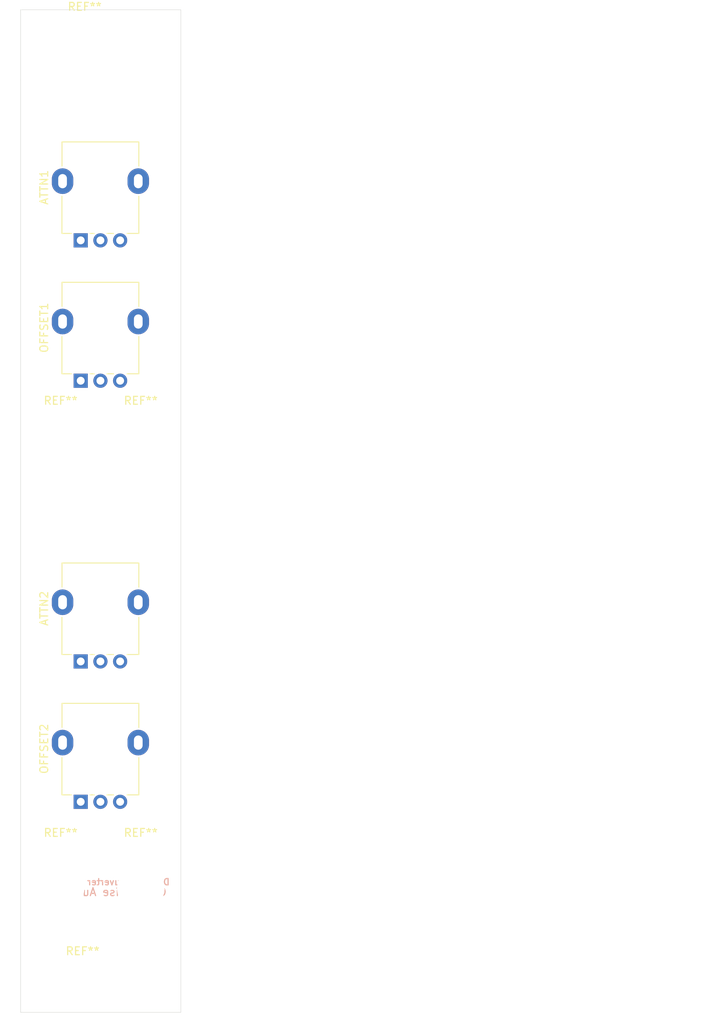
<source format=kicad_pcb>
(kicad_pcb (version 20171130) (host pcbnew 5.1.7-1.fc31)

  (general
    (thickness 1.6)
    (drawings 23)
    (tracks 0)
    (zones 0)
    (modules 10)
    (nets 13)
  )

  (page A4)
  (layers
    (0 F.Cu signal)
    (31 B.Cu signal)
    (32 B.Adhes user)
    (33 F.Adhes user)
    (34 B.Paste user)
    (35 F.Paste user)
    (36 B.SilkS user)
    (37 F.SilkS user)
    (38 B.Mask user)
    (39 F.Mask user)
    (40 Dwgs.User user)
    (41 Cmts.User user)
    (42 Eco1.User user)
    (43 Eco2.User user)
    (44 Edge.Cuts user)
    (45 Margin user)
    (46 B.CrtYd user)
    (47 F.CrtYd user)
    (48 B.Fab user)
    (49 F.Fab user)
  )

  (setup
    (last_trace_width 0.25)
    (trace_clearance 0.2)
    (zone_clearance 0.508)
    (zone_45_only no)
    (trace_min 0.2)
    (via_size 0.8)
    (via_drill 0.4)
    (via_min_size 0.4)
    (via_min_drill 0.3)
    (uvia_size 0.3)
    (uvia_drill 0.1)
    (uvias_allowed no)
    (uvia_min_size 0.2)
    (uvia_min_drill 0.1)
    (edge_width 0.05)
    (segment_width 0.2)
    (pcb_text_width 0.3)
    (pcb_text_size 1.5 1.5)
    (mod_edge_width 0.12)
    (mod_text_size 1 1)
    (mod_text_width 0.15)
    (pad_size 1.524 1.524)
    (pad_drill 0.762)
    (pad_to_mask_clearance 0)
    (aux_axis_origin 0 0)
    (visible_elements FFFFF77F)
    (pcbplotparams
      (layerselection 0x010f0_ffffffff)
      (usegerberextensions false)
      (usegerberattributes false)
      (usegerberadvancedattributes true)
      (creategerberjobfile true)
      (excludeedgelayer true)
      (linewidth 0.100000)
      (plotframeref false)
      (viasonmask false)
      (mode 1)
      (useauxorigin false)
      (hpglpennumber 1)
      (hpglpenspeed 20)
      (hpglpendiameter 15.000000)
      (psnegative false)
      (psa4output false)
      (plotreference true)
      (plotvalue true)
      (plotinvisibletext false)
      (padsonsilk false)
      (subtractmaskfromsilk false)
      (outputformat 1)
      (mirror false)
      (drillshape 0)
      (scaleselection 1)
      (outputdirectory "gerbs/"))
  )

  (net 0 "")
  (net 1 "Net-(ATTN1-Pad3)")
  (net 2 "Net-(ATTN1-Pad2)")
  (net 3 "Net-(ATTN1-Pad1)")
  (net 4 "Net-(ATTN2-Pad3)")
  (net 5 "Net-(ATTN2-Pad2)")
  (net 6 "Net-(ATTN2-Pad1)")
  (net 7 "Net-(OFFSET2-Pad3)")
  (net 8 "Net-(OFFSET2-Pad2)")
  (net 9 "Net-(OFFSET2-Pad1)")
  (net 10 "Net-(OFFSET1-Pad3)")
  (net 11 "Net-(OFFSET1-Pad2)")
  (net 12 "Net-(OFFSET1-Pad1)")

  (net_class Default "This is the default net class."
    (clearance 0.2)
    (trace_width 0.25)
    (via_dia 0.8)
    (via_drill 0.4)
    (uvia_dia 0.3)
    (uvia_drill 0.1)
    (add_net "Net-(ATTN1-Pad1)")
    (add_net "Net-(ATTN1-Pad2)")
    (add_net "Net-(ATTN1-Pad3)")
    (add_net "Net-(ATTN2-Pad1)")
    (add_net "Net-(ATTN2-Pad2)")
    (add_net "Net-(ATTN2-Pad3)")
    (add_net "Net-(OFFSET1-Pad1)")
    (add_net "Net-(OFFSET1-Pad2)")
    (add_net "Net-(OFFSET1-Pad3)")
    (add_net "Net-(OFFSET2-Pad1)")
    (add_net "Net-(OFFSET2-Pad2)")
    (add_net "Net-(OFFSET2-Pad3)")
  )

  (module MountingHole:MountingHole_6mm (layer F.Cu) (tedit 56D1B4CB) (tstamp 607D8D04)
    (at 40.64 90.805)
    (descr "Mounting Hole 6mm, no annular")
    (tags "mounting hole 6mm no annular")
    (attr virtual)
    (fp_text reference REF** (at 0 -7) (layer F.SilkS)
      (effects (font (size 1 1) (thickness 0.15)))
    )
    (fp_text value MountingHole_6mm (at 0 7) (layer F.Fab)
      (effects (font (size 1 1) (thickness 0.15)))
    )
    (fp_text user %R (at 0.3 0) (layer F.Fab)
      (effects (font (size 1 1) (thickness 0.15)))
    )
    (fp_circle (center 0 0) (end 6 0) (layer Cmts.User) (width 0.15))
    (fp_circle (center 0 0) (end 6.25 0) (layer F.CrtYd) (width 0.05))
    (pad 1 np_thru_hole circle (at 0 0) (size 6 6) (drill 6) (layers *.Cu *.Mask))
  )

  (module MountingHole:MountingHole_6mm (layer F.Cu) (tedit 56D1B4CB) (tstamp 607D8CE7)
    (at 30.48 90.805)
    (descr "Mounting Hole 6mm, no annular")
    (tags "mounting hole 6mm no annular")
    (attr virtual)
    (fp_text reference REF** (at 0 -7) (layer F.SilkS)
      (effects (font (size 1 1) (thickness 0.15)))
    )
    (fp_text value MountingHole_6mm (at 0 7) (layer F.Fab)
      (effects (font (size 1 1) (thickness 0.15)))
    )
    (fp_text user %R (at 0.3 0) (layer F.Fab)
      (effects (font (size 1 1) (thickness 0.15)))
    )
    (fp_circle (center 0 0) (end 6 0) (layer Cmts.User) (width 0.15))
    (fp_circle (center 0 0) (end 6.25 0) (layer F.CrtYd) (width 0.05))
    (pad 1 np_thru_hole circle (at 0 0) (size 6 6) (drill 6) (layers *.Cu *.Mask))
  )

  (module MountingHole:MountingHole_6mm (layer F.Cu) (tedit 56D1B4CB) (tstamp 607D9825)
    (at 40.64 145.542)
    (descr "Mounting Hole 6mm, no annular")
    (tags "mounting hole 6mm no annular")
    (attr virtual)
    (fp_text reference REF** (at 0 -7) (layer F.SilkS)
      (effects (font (size 1 1) (thickness 0.15)))
    )
    (fp_text value MountingHole_6mm (at 0 7) (layer F.Fab)
      (effects (font (size 1 1) (thickness 0.15)))
    )
    (fp_text user %R (at 0.3 0) (layer F.Fab)
      (effects (font (size 1 1) (thickness 0.15)))
    )
    (fp_circle (center 0 0) (end 6 0) (layer Cmts.User) (width 0.15))
    (fp_circle (center 0 0) (end 6.25 0) (layer F.CrtYd) (width 0.05))
    (pad 1 np_thru_hole circle (at 0 0) (size 6 6) (drill 6) (layers *.Cu *.Mask))
  )

  (module MountingHole:MountingHole_6mm (layer F.Cu) (tedit 56D1B4CB) (tstamp 607D983A)
    (at 30.48 145.542)
    (descr "Mounting Hole 6mm, no annular")
    (tags "mounting hole 6mm no annular")
    (attr virtual)
    (fp_text reference REF** (at 0 -7) (layer F.SilkS)
      (effects (font (size 1 1) (thickness 0.15)))
    )
    (fp_text value MountingHole_6mm (at 0 7) (layer F.Fab)
      (effects (font (size 1 1) (thickness 0.15)))
    )
    (fp_text user %R (at 0.3 0) (layer F.Fab)
      (effects (font (size 1 1) (thickness 0.15)))
    )
    (fp_circle (center 0 0) (end 6 0) (layer Cmts.User) (width 0.15))
    (fp_circle (center 0 0) (end 6.25 0) (layer F.CrtYd) (width 0.05))
    (pad 1 np_thru_hole circle (at 0 0) (size 6 6) (drill 6) (layers *.Cu *.Mask))
  )

  (module MountingHole:MountingHole_3.2mm_M3 (layer F.Cu) (tedit 56D1B4CB) (tstamp 607D889A)
    (at 33.528 38.1)
    (descr "Mounting Hole 3.2mm, no annular, M3")
    (tags "mounting hole 3.2mm no annular m3")
    (attr virtual)
    (fp_text reference REF** (at 0 -4.2) (layer F.SilkS)
      (effects (font (size 1 1) (thickness 0.15)))
    )
    (fp_text value MountingHole_3.2mm_M3 (at 0 4.2) (layer F.Fab)
      (effects (font (size 1 1) (thickness 0.15)))
    )
    (fp_text user %R (at 0.3 0) (layer F.Fab)
      (effects (font (size 1 1) (thickness 0.15)))
    )
    (fp_circle (center 0 0) (end 3.2 0) (layer Cmts.User) (width 0.15))
    (fp_circle (center 0 0) (end 3.45 0) (layer F.CrtYd) (width 0.05))
    (pad 1 np_thru_hole circle (at 0 0) (size 3.2 3.2) (drill 3.2) (layers *.Cu *.Mask))
  )

  (module MountingHole:MountingHole_3.2mm_M3 (layer F.Cu) (tedit 56D1B4CB) (tstamp 607D885F)
    (at 33.274 157.734)
    (descr "Mounting Hole 3.2mm, no annular, M3")
    (tags "mounting hole 3.2mm no annular m3")
    (attr virtual)
    (fp_text reference REF** (at 0 -4.2) (layer F.SilkS)
      (effects (font (size 1 1) (thickness 0.15)))
    )
    (fp_text value MountingHole_3.2mm_M3 (at 0 4.2) (layer F.Fab)
      (effects (font (size 1 1) (thickness 0.15)))
    )
    (fp_text user %R (at 0.3 0) (layer F.Fab)
      (effects (font (size 1 1) (thickness 0.15)))
    )
    (fp_circle (center 0 0) (end 3.2 0) (layer Cmts.User) (width 0.15))
    (fp_circle (center 0 0) (end 3.45 0) (layer F.CrtYd) (width 0.05))
    (pad 1 np_thru_hole circle (at 0 0) (size 3.2 3.2) (drill 3.2) (layers *.Cu *.Mask))
  )

  (module Potentiometer_THT:Potentiometer_Alpha_RD901F-40-00D_Single_Vertical (layer F.Cu) (tedit 5C6C6C14) (tstamp 607D46C0)
    (at 33.02 81.28 90)
    (descr "Potentiometer, vertical, 9mm, single, http://www.taiwanalpha.com.tw/downloads?target=products&id=113")
    (tags "potentiometer vertical 9mm single")
    (path /607D3632)
    (fp_text reference OFFSET1 (at 6.71 -4.64 270) (layer F.SilkS)
      (effects (font (size 1 1) (thickness 0.15)))
    )
    (fp_text value 47K (at 0 9.86 270) (layer F.Fab)
      (effects (font (size 1 1) (thickness 0.15)))
    )
    (fp_text user %R (at 7.62 2.54 90) (layer F.Fab)
      (effects (font (size 1 1) (thickness 0.15)))
    )
    (fp_line (start -1.15 8.91) (end 12.6 8.91) (layer F.CrtYd) (width 0.05))
    (fp_line (start -1.15 -3.91) (end -1.15 8.91) (layer F.CrtYd) (width 0.05))
    (fp_line (start 12.6 -3.91) (end -1.15 -3.91) (layer F.CrtYd) (width 0.05))
    (fp_line (start 12.6 8.91) (end 12.6 -3.91) (layer F.CrtYd) (width 0.05))
    (fp_line (start 12.47 7.37) (end 12.47 -2.37) (layer F.SilkS) (width 0.12))
    (fp_line (start 0.88 7.37) (end 0.88 5.88) (layer F.SilkS) (width 0.12))
    (fp_line (start 9.41 7.37) (end 12.47 7.37) (layer F.SilkS) (width 0.12))
    (fp_line (start 0.88 -2.38) (end 5.6 -2.38) (layer F.SilkS) (width 0.12))
    (fp_circle (center 7.5 2.5) (end 7.5 -1) (layer F.Fab) (width 0.1))
    (fp_line (start 1 7.25) (end 1 -2.25) (layer F.Fab) (width 0.1))
    (fp_line (start 12.35 7.25) (end 12.35 -2.25) (layer F.Fab) (width 0.1))
    (fp_line (start 1 -2.25) (end 12.35 -2.25) (layer F.Fab) (width 0.1))
    (fp_line (start 1 7.25) (end 12.35 7.25) (layer F.Fab) (width 0.1))
    (fp_line (start 9.41 -2.37) (end 12.47 -2.37) (layer F.SilkS) (width 0.12))
    (fp_line (start 0.88 7.37) (end 5.6 7.37) (layer F.SilkS) (width 0.12))
    (fp_line (start 0.88 -1.19) (end 0.88 -2.37) (layer F.SilkS) (width 0.12))
    (fp_line (start 0.88 1.71) (end 0.88 1.18) (layer F.SilkS) (width 0.12))
    (fp_line (start 0.88 4.16) (end 0.88 3.33) (layer F.SilkS) (width 0.12))
    (pad "" thru_hole oval (at 7.5 -2.3 180) (size 2.72 3.24) (drill oval 1.1 1.8) (layers *.Cu *.Mask))
    (pad "" thru_hole oval (at 7.5 7.3 180) (size 2.72 3.24) (drill oval 1.1 1.8) (layers *.Cu *.Mask))
    (pad 3 thru_hole circle (at 0 5 180) (size 1.8 1.8) (drill 1) (layers *.Cu *.Mask)
      (net 10 "Net-(OFFSET1-Pad3)"))
    (pad 2 thru_hole circle (at 0 2.5 180) (size 1.8 1.8) (drill 1) (layers *.Cu *.Mask)
      (net 11 "Net-(OFFSET1-Pad2)"))
    (pad 1 thru_hole rect (at 0 0 180) (size 1.8 1.8) (drill 1) (layers *.Cu *.Mask)
      (net 12 "Net-(OFFSET1-Pad1)"))
    (model ${KISYS3DMOD}/Potentiometer_THT.3dshapes/Potentiometer_Alpha_RD901F-40-00D_Single_Vertical.wrl
      (at (xyz 0 0 0))
      (scale (xyz 1 1 1))
      (rotate (xyz 0 0 0))
    )
  )

  (module Potentiometer_THT:Potentiometer_Alpha_RD901F-40-00D_Single_Vertical (layer F.Cu) (tedit 5C6C6C14) (tstamp 607D4540)
    (at 33.02 134.62 90)
    (descr "Potentiometer, vertical, 9mm, single, http://www.taiwanalpha.com.tw/downloads?target=products&id=113")
    (tags "potentiometer vertical 9mm single")
    (path /607D496B)
    (fp_text reference OFFSET2 (at 6.71 -4.64 270) (layer F.SilkS)
      (effects (font (size 1 1) (thickness 0.15)))
    )
    (fp_text value 47K (at 0 9.86 270) (layer F.Fab)
      (effects (font (size 1 1) (thickness 0.15)))
    )
    (fp_text user %R (at 7.62 2.54 90) (layer F.Fab)
      (effects (font (size 1 1) (thickness 0.15)))
    )
    (fp_line (start -1.15 8.91) (end 12.6 8.91) (layer F.CrtYd) (width 0.05))
    (fp_line (start -1.15 -3.91) (end -1.15 8.91) (layer F.CrtYd) (width 0.05))
    (fp_line (start 12.6 -3.91) (end -1.15 -3.91) (layer F.CrtYd) (width 0.05))
    (fp_line (start 12.6 8.91) (end 12.6 -3.91) (layer F.CrtYd) (width 0.05))
    (fp_line (start 12.47 7.37) (end 12.47 -2.37) (layer F.SilkS) (width 0.12))
    (fp_line (start 0.88 7.37) (end 0.88 5.88) (layer F.SilkS) (width 0.12))
    (fp_line (start 9.41 7.37) (end 12.47 7.37) (layer F.SilkS) (width 0.12))
    (fp_line (start 0.88 -2.38) (end 5.6 -2.38) (layer F.SilkS) (width 0.12))
    (fp_circle (center 7.5 2.5) (end 7.5 -1) (layer F.Fab) (width 0.1))
    (fp_line (start 1 7.25) (end 1 -2.25) (layer F.Fab) (width 0.1))
    (fp_line (start 12.35 7.25) (end 12.35 -2.25) (layer F.Fab) (width 0.1))
    (fp_line (start 1 -2.25) (end 12.35 -2.25) (layer F.Fab) (width 0.1))
    (fp_line (start 1 7.25) (end 12.35 7.25) (layer F.Fab) (width 0.1))
    (fp_line (start 9.41 -2.37) (end 12.47 -2.37) (layer F.SilkS) (width 0.12))
    (fp_line (start 0.88 7.37) (end 5.6 7.37) (layer F.SilkS) (width 0.12))
    (fp_line (start 0.88 -1.19) (end 0.88 -2.37) (layer F.SilkS) (width 0.12))
    (fp_line (start 0.88 1.71) (end 0.88 1.18) (layer F.SilkS) (width 0.12))
    (fp_line (start 0.88 4.16) (end 0.88 3.33) (layer F.SilkS) (width 0.12))
    (pad "" thru_hole oval (at 7.5 -2.3 180) (size 2.72 3.24) (drill oval 1.1 1.8) (layers *.Cu *.Mask))
    (pad "" thru_hole oval (at 7.5 7.3 180) (size 2.72 3.24) (drill oval 1.1 1.8) (layers *.Cu *.Mask))
    (pad 3 thru_hole circle (at 0 5 180) (size 1.8 1.8) (drill 1) (layers *.Cu *.Mask)
      (net 7 "Net-(OFFSET2-Pad3)"))
    (pad 2 thru_hole circle (at 0 2.5 180) (size 1.8 1.8) (drill 1) (layers *.Cu *.Mask)
      (net 8 "Net-(OFFSET2-Pad2)"))
    (pad 1 thru_hole rect (at 0 0 180) (size 1.8 1.8) (drill 1) (layers *.Cu *.Mask)
      (net 9 "Net-(OFFSET2-Pad1)"))
    (model ${KISYS3DMOD}/Potentiometer_THT.3dshapes/Potentiometer_Alpha_RD901F-40-00D_Single_Vertical.wrl
      (at (xyz 0 0 0))
      (scale (xyz 1 1 1))
      (rotate (xyz 0 0 0))
    )
  )

  (module Potentiometer_THT:Potentiometer_Alpha_RD901F-40-00D_Single_Vertical (layer F.Cu) (tedit 5C6C6C14) (tstamp 607D442D)
    (at 33.02 116.84 90)
    (descr "Potentiometer, vertical, 9mm, single, http://www.taiwanalpha.com.tw/downloads?target=products&id=113")
    (tags "potentiometer vertical 9mm single")
    (path /607D2D0F)
    (fp_text reference ATTN2 (at 6.71 -4.64 270) (layer F.SilkS)
      (effects (font (size 1 1) (thickness 0.15)))
    )
    (fp_text value 47K (at 0 9.86 270) (layer F.Fab)
      (effects (font (size 1 1) (thickness 0.15)))
    )
    (fp_text user %R (at 7.62 2.54 90) (layer F.Fab)
      (effects (font (size 1 1) (thickness 0.15)))
    )
    (fp_line (start -1.15 8.91) (end 12.6 8.91) (layer F.CrtYd) (width 0.05))
    (fp_line (start -1.15 -3.91) (end -1.15 8.91) (layer F.CrtYd) (width 0.05))
    (fp_line (start 12.6 -3.91) (end -1.15 -3.91) (layer F.CrtYd) (width 0.05))
    (fp_line (start 12.6 8.91) (end 12.6 -3.91) (layer F.CrtYd) (width 0.05))
    (fp_line (start 12.47 7.37) (end 12.47 -2.37) (layer F.SilkS) (width 0.12))
    (fp_line (start 0.88 7.37) (end 0.88 5.88) (layer F.SilkS) (width 0.12))
    (fp_line (start 9.41 7.37) (end 12.47 7.37) (layer F.SilkS) (width 0.12))
    (fp_line (start 0.88 -2.38) (end 5.6 -2.38) (layer F.SilkS) (width 0.12))
    (fp_circle (center 7.5 2.5) (end 7.5 -1) (layer F.Fab) (width 0.1))
    (fp_line (start 1 7.25) (end 1 -2.25) (layer F.Fab) (width 0.1))
    (fp_line (start 12.35 7.25) (end 12.35 -2.25) (layer F.Fab) (width 0.1))
    (fp_line (start 1 -2.25) (end 12.35 -2.25) (layer F.Fab) (width 0.1))
    (fp_line (start 1 7.25) (end 12.35 7.25) (layer F.Fab) (width 0.1))
    (fp_line (start 9.41 -2.37) (end 12.47 -2.37) (layer F.SilkS) (width 0.12))
    (fp_line (start 0.88 7.37) (end 5.6 7.37) (layer F.SilkS) (width 0.12))
    (fp_line (start 0.88 -1.19) (end 0.88 -2.37) (layer F.SilkS) (width 0.12))
    (fp_line (start 0.88 1.71) (end 0.88 1.18) (layer F.SilkS) (width 0.12))
    (fp_line (start 0.88 4.16) (end 0.88 3.33) (layer F.SilkS) (width 0.12))
    (pad "" thru_hole oval (at 7.5 -2.3 180) (size 2.72 3.24) (drill oval 1.1 1.8) (layers *.Cu *.Mask))
    (pad "" thru_hole oval (at 7.5 7.3 180) (size 2.72 3.24) (drill oval 1.1 1.8) (layers *.Cu *.Mask))
    (pad 3 thru_hole circle (at 0 5 180) (size 1.8 1.8) (drill 1) (layers *.Cu *.Mask)
      (net 4 "Net-(ATTN2-Pad3)"))
    (pad 2 thru_hole circle (at 0 2.5 180) (size 1.8 1.8) (drill 1) (layers *.Cu *.Mask)
      (net 5 "Net-(ATTN2-Pad2)"))
    (pad 1 thru_hole rect (at 0 0 180) (size 1.8 1.8) (drill 1) (layers *.Cu *.Mask)
      (net 6 "Net-(ATTN2-Pad1)"))
    (model ${KISYS3DMOD}/Potentiometer_THT.3dshapes/Potentiometer_Alpha_RD901F-40-00D_Single_Vertical.wrl
      (at (xyz 0 0 0))
      (scale (xyz 1 1 1))
      (rotate (xyz 0 0 0))
    )
  )

  (module Potentiometer_THT:Potentiometer_Alpha_RD901F-40-00D_Single_Vertical (layer F.Cu) (tedit 5C6C6C14) (tstamp 607D4411)
    (at 33.02 63.5 90)
    (descr "Potentiometer, vertical, 9mm, single, http://www.taiwanalpha.com.tw/downloads?target=products&id=113")
    (tags "potentiometer vertical 9mm single")
    (path /607D0B55)
    (fp_text reference ATTN1 (at 6.71 -4.64 270) (layer F.SilkS)
      (effects (font (size 1 1) (thickness 0.15)))
    )
    (fp_text value 47K (at 0 9.86 270) (layer F.Fab)
      (effects (font (size 1 1) (thickness 0.15)))
    )
    (fp_text user %R (at 7.62 2.54 90) (layer F.Fab)
      (effects (font (size 1 1) (thickness 0.15)))
    )
    (fp_line (start -1.15 8.91) (end 12.6 8.91) (layer F.CrtYd) (width 0.05))
    (fp_line (start -1.15 -3.91) (end -1.15 8.91) (layer F.CrtYd) (width 0.05))
    (fp_line (start 12.6 -3.91) (end -1.15 -3.91) (layer F.CrtYd) (width 0.05))
    (fp_line (start 12.6 8.91) (end 12.6 -3.91) (layer F.CrtYd) (width 0.05))
    (fp_line (start 12.47 7.37) (end 12.47 -2.37) (layer F.SilkS) (width 0.12))
    (fp_line (start 0.88 7.37) (end 0.88 5.88) (layer F.SilkS) (width 0.12))
    (fp_line (start 9.41 7.37) (end 12.47 7.37) (layer F.SilkS) (width 0.12))
    (fp_line (start 0.88 -2.38) (end 5.6 -2.38) (layer F.SilkS) (width 0.12))
    (fp_circle (center 7.5 2.5) (end 7.5 -1) (layer F.Fab) (width 0.1))
    (fp_line (start 1 7.25) (end 1 -2.25) (layer F.Fab) (width 0.1))
    (fp_line (start 12.35 7.25) (end 12.35 -2.25) (layer F.Fab) (width 0.1))
    (fp_line (start 1 -2.25) (end 12.35 -2.25) (layer F.Fab) (width 0.1))
    (fp_line (start 1 7.25) (end 12.35 7.25) (layer F.Fab) (width 0.1))
    (fp_line (start 9.41 -2.37) (end 12.47 -2.37) (layer F.SilkS) (width 0.12))
    (fp_line (start 0.88 7.37) (end 5.6 7.37) (layer F.SilkS) (width 0.12))
    (fp_line (start 0.88 -1.19) (end 0.88 -2.37) (layer F.SilkS) (width 0.12))
    (fp_line (start 0.88 1.71) (end 0.88 1.18) (layer F.SilkS) (width 0.12))
    (fp_line (start 0.88 4.16) (end 0.88 3.33) (layer F.SilkS) (width 0.12))
    (pad "" thru_hole oval (at 7.5 -2.3 180) (size 2.72 3.24) (drill oval 1.1 1.8) (layers *.Cu *.Mask))
    (pad "" thru_hole oval (at 7.5 7.3 180) (size 2.72 3.24) (drill oval 1.1 1.8) (layers *.Cu *.Mask))
    (pad 3 thru_hole circle (at 0 5 180) (size 1.8 1.8) (drill 1) (layers *.Cu *.Mask)
      (net 1 "Net-(ATTN1-Pad3)"))
    (pad 2 thru_hole circle (at 0 2.5 180) (size 1.8 1.8) (drill 1) (layers *.Cu *.Mask)
      (net 2 "Net-(ATTN1-Pad2)"))
    (pad 1 thru_hole rect (at 0 0 180) (size 1.8 1.8) (drill 1) (layers *.Cu *.Mask)
      (net 3 "Net-(ATTN1-Pad1)"))
    (model ${KISYS3DMOD}/Potentiometer_THT.3dshapes/Potentiometer_Alpha_RD901F-40-00D_Single_Vertical.wrl
      (at (xyz 0 0 0))
      (scale (xyz 1 1 1))
      (rotate (xyz 0 0 0))
    )
  )

  (gr_line (start 45.72 161.29) (end 45.72 152.4) (layer Edge.Cuts) (width 0.05) (tstamp 607D7F92))
  (gr_line (start 25.4 161.29) (end 45.72 161.29) (layer Edge.Cuts) (width 0.05))
  (gr_line (start 25.4 152.4) (end 25.4 161.29) (layer Edge.Cuts) (width 0.05))
  (gr_line (start 45.72 34.29) (end 45.72 43.18) (layer Edge.Cuts) (width 0.05) (tstamp 607D7F91))
  (gr_line (start 25.4 34.29) (end 45.72 34.29) (layer Edge.Cuts) (width 0.05))
  (gr_line (start 25.4 43.18) (end 25.4 34.29) (layer Edge.Cuts) (width 0.05))
  (gr_line (start 25.4 35.56) (end 22.86 35.56) (layer Dwgs.User) (width 0.15))
  (gr_line (start 22.86 160.02) (end 25.4 160.02) (layer Dwgs.User) (width 0.15))
  (gr_text "Gray Noise Audio v1" (at 36.195 146.05) (layer B.SilkS)
    (effects (font (size 1 1) (thickness 0.15)) (justify mirror))
  )
  (gr_text "Dual Attenuverter & Offset" (at 36.195 144.78) (layer B.SilkS)
    (effects (font (size 0.8 0.8) (thickness 0.15)) (justify mirror))
  )
  (gr_line (start 50.8 55.88) (end 106.68 55.88) (layer Dwgs.User) (width 0.15))
  (gr_line (start 50.8 73.66) (end 111.76 73.66) (layer Dwgs.User) (width 0.15))
  (gr_line (start 50.8 91.44) (end 101.6 91.44) (layer Dwgs.User) (width 0.15))
  (gr_line (start 50.8 109.22) (end 101.6 109.22) (layer Dwgs.User) (width 0.15))
  (gr_line (start 76.2 144.78) (end 99.06 144.78) (layer Dwgs.User) (width 0.15))
  (gr_line (start 50.8 144.78) (end 76.2 144.78) (layer Dwgs.User) (width 0.15))
  (gr_line (start 53.34 50.8) (end 73.66 50.8) (layer Dwgs.User) (width 0.15))
  (gr_line (start 53.34 76.2) (end 76.2 76.2) (layer Dwgs.User) (width 0.15))
  (gr_line (start 53.34 100.33) (end 76.2 100.33) (layer Dwgs.User) (width 0.15))
  (gr_line (start 50.8 127) (end 76.2 127) (layer Dwgs.User) (width 0.15))
  (gr_line (start 50.8 152.4) (end 78.74 152.4) (layer Dwgs.User) (width 0.15))
  (gr_line (start 25.4 43.18) (end 25.4 152.4) (layer Edge.Cuts) (width 0.05) (tstamp 607D4F59))
  (gr_line (start 45.72 152.4) (end 45.72 43.18) (layer Edge.Cuts) (width 0.05))

)

</source>
